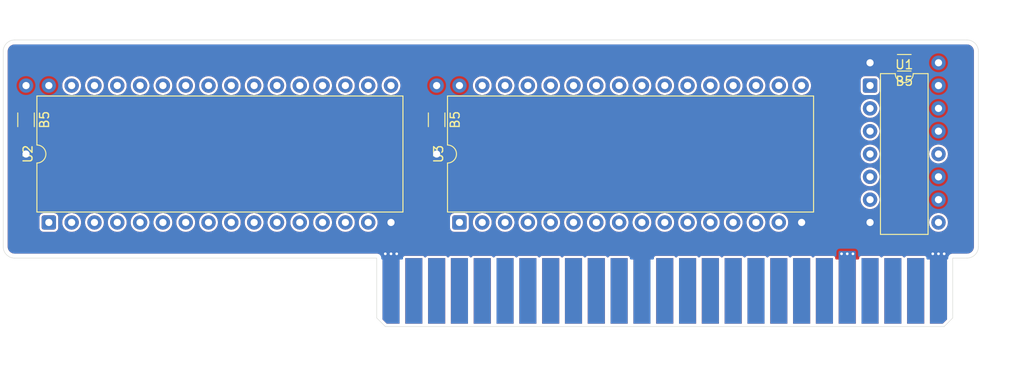
<source format=kicad_pcb>
(kicad_pcb (version 20241229) (generator "pcbnew") (generator_version "9.0")
  (layers (0 "F.Cu" signal) (2 "B.Cu" signal) (13 "F.Paste" user) (15 "B.Paste" user) (5 "F.SilkS" user "F.Silkscreen") (7 "B.SilkS" user "B.Silkscreen") (1 "F.Mask" user) (3 "B.Mask" user) (25 "Edge.Cuts" user))
  (net 0 "")
  (net 1 "/D_{0}")
  (net 2 "/A_{18}")
  (net 3 "/PDIR.~{R}")
  (net 4 "/A_{13}")
  (net 5 "/A_{12}")
  (net 6 "/D_{4}")
  (net 7 "/D_{6}")
  (net 8 "/A_{9}")
  (net 9 "GND")
  (net 10 "/D_{7}")
  (net 11 "/A_{1}")
  (net 12 "/~{LS}")
  (net 13 "/A_{11}")
  (net 14 "/A_{7}")
  (net 15 "+5V")
  (net 16 "/A_{19}")
  (net 17 "/A_{14}")
  (net 18 "/D_{5}")
  (net 19 "/A_{3}")
  (net 20 "/A_{15}")
  (net 21 "/D_{2}")
  (net 22 "/A_{10}")
  (net 23 "/A_{8}")
  (net 24 "/A_{6}")
  (net 25 "/D_{3}")
  (net 26 "/A_{16}")
  (net 27 "/A_{2}")
  (net 28 "/D_{1}")
  (net 29 "/PDIR.~{W}")
  (net 30 "/A_{5}")
  (net 31 "/A_{17}")
  (net 32 "/A_{4}")
  (net 33 "/D_{15}")
  (net 34 "/D_{14}")
  (net 35 "/D_{12}")
  (net 36 "/D_{10}")
  (net 37 "/D_{11}")
  (net 38 "/D_{8}")
  (net 39 "/~{US}")
  (net 40 "/D_{13}")
  (net 41 "/D_{9}")
  (net 43 "/DS.~{U}")
  (net 45 "/~{BKE}")
  (net 46 "/DS.~{L}")
  (footprint "Capacitor_THT:C_Disc_D3.0mm_W1.6mm_P7.62mm" (layer "F.Cu") (at 157.48 53.34 -90)
    (property "Reference" "B5" (at 3.81 -2.05 90) (layer "F.SilkS"))
    (property "Value" "C_Disc_D3.0mm_W1.6mm_P7.62mm")
    (fp_line (start 4.575 0.92) (end 3.045 0.92) (stroke (width 0.12)) (layer "F.SilkS"))
    (fp_line (start 3.045 -0.92) (end 4.575 -0.92) (stroke (width 0.12)) (layer "F.SilkS"))
    (pad "1" thru_hole circle (at 0 0 270) (size 1.6 1.6) (drill 0.8) (layers "*.Cu" "*.Mask") (net 15 "+5V"))
    (pad "2" thru_hole circle (at 7.62 0 270) (size 1.6 1.6) (drill 0.8) (layers "*.Cu" "*.Mask") (net 9 "GND"))
  )
  (footprint "Package_DIP:DIP-32_W15.24mm" (layer "F.Cu") (at 205.74 68.58 90)
    (property "Reference" "U3" (at 7.62 -2.33 90) (layer "F.SilkS"))
    (property "Value" "AS6C4008-55PCN")
    (fp_line (start 14.08 -1.33) (end 8.62 -1.33) (stroke (width 0.12)) (layer "F.SilkS"))
    (fp_line (start 6.62 -1.33) (end 1.16 -1.33) (stroke (width 0.12)) (layer "F.SilkS"))
    (fp_line (start 1.16 -1.33) (end 1.16 39.43) (stroke (width 0.12)) (layer "F.SilkS"))
    (fp_line (start 14.08 39.43) (end 14.08 -1.33) (stroke (width 0.12)) (layer "F.SilkS"))
    (fp_line (start 1.16 39.43) (end 14.08 39.43) (stroke (width 0.12)) (layer "F.SilkS"))
    (fp_arc (start 8.62 -1.33) (mid 7.62 -0.33) (end 6.62 -1.33) (stroke (width 0.12)) (layer "F.SilkS"))
    (pad "1" thru_hole roundrect (at 0 0 90) (size 1.6 1.6) (drill 0.8) (layers "*.Cu" "*.Mask") (roundrect_rratio 0.15625) (net 16 "/A_{19}"))
    (pad "2" thru_hole circle (at 0 2.54 90) (size 1.6 1.6) (drill 0.8) (layers "*.Cu" "*.Mask") (net 31 "/A_{17}"))
    (pad "3" thru_hole circle (at 0 5.08 90) (size 1.6 1.6) (drill 0.8) (layers "*.Cu" "*.Mask") (net 20 "/A_{15}"))
    (pad "4" thru_hole circle (at 0 7.62 90) (size 1.6 1.6) (drill 0.8) (layers "*.Cu" "*.Mask") (net 4 "/A_{13}"))
    (pad "5" thru_hole circle (at 0 10.16 90) (size 1.6 1.6) (drill 0.8) (layers "*.Cu" "*.Mask") (net 23 "/A_{8}"))
    (pad "6" thru_hole circle (at 0 12.7 90) (size 1.6 1.6) (drill 0.8) (layers "*.Cu" "*.Mask") (net 14 "/A_{7}"))
    (pad "7" thru_hole circle (at 0 15.24 90) (size 1.6 1.6) (drill 0.8) (layers "*.Cu" "*.Mask") (net 24 "/A_{6}"))
    (pad "8" thru_hole circle (at 0 17.78 90) (size 1.6 1.6) (drill 0.8) (layers "*.Cu" "*.Mask") (net 30 "/A_{5}"))
    (pad "9" thru_hole circle (at 0 20.32 90) (size 1.6 1.6) (drill 0.8) (layers "*.Cu" "*.Mask") (net 32 "/A_{4}"))
    (pad "10" thru_hole circle (at 0 22.86 90) (size 1.6 1.6) (drill 0.8) (layers "*.Cu" "*.Mask") (net 19 "/A_{3}"))
    (pad "11" thru_hole circle (at 0 25.4 90) (size 1.6 1.6) (drill 0.8) (layers "*.Cu" "*.Mask") (net 27 "/A_{2}"))
    (pad "12" thru_hole circle (at 0 27.94 90) (size 1.6 1.6) (drill 0.8) (layers "*.Cu" "*.Mask") (net 11 "/A_{1}"))
    (pad "13" thru_hole circle (at 0 30.48 90) (size 1.6 1.6) (drill 0.8) (layers "*.Cu" "*.Mask") (net 38 "/D_{8}"))
    (pad "14" thru_hole circle (at 0 33.02 90) (size 1.6 1.6) (drill 0.8) (layers "*.Cu" "*.Mask") (net 41 "/D_{9}"))
    (pad "15" thru_hole circle (at 0 35.56 90) (size 1.6 1.6) (drill 0.8) (layers "*.Cu" "*.Mask") (net 36 "/D_{10}"))
    (pad "16" thru_hole circle (at 0 38.1 90) (size 1.6 1.6) (drill 0.8) (layers "*.Cu" "*.Mask") (net 9 "GND"))
    (pad "17" thru_hole circle (at 15.24 38.1 90) (size 1.6 1.6) (drill 0.8) (layers "*.Cu" "*.Mask") (net 37 "/D_{11}"))
    (pad "18" thru_hole circle (at 15.24 35.56 90) (size 1.6 1.6) (drill 0.8) (layers "*.Cu" "*.Mask") (net 35 "/D_{12}"))
    (pad "19" thru_hole circle (at 15.24 33.02 90) (size 1.6 1.6) (drill 0.8) (layers "*.Cu" "*.Mask") (net 40 "/D_{13}"))
    (pad "20" thru_hole circle (at 15.24 30.48 90) (size 1.6 1.6) (drill 0.8) (layers "*.Cu" "*.Mask") (net 34 "/D_{14}"))
    (pad "21" thru_hole circle (at 15.24 27.94 90) (size 1.6 1.6) (drill 0.8) (layers "*.Cu" "*.Mask") (net 33 "/D_{15}"))
    (pad "22" thru_hole circle (at 15.24 25.4 90) (size 1.6 1.6) (drill 0.8) (layers "*.Cu" "*.Mask") (net 39 "/~{US}"))
    (pad "23" thru_hole circle (at 15.24 22.86 90) (size 1.6 1.6) (drill 0.8) (layers "*.Cu" "*.Mask") (net 13 "/A_{11}"))
    (pad "24" thru_hole circle (at 15.24 20.32 90) (size 1.6 1.6) (drill 0.8) (layers "*.Cu" "*.Mask") (net 3 "/PDIR.~{R}"))
    (pad "25" thru_hole circle (at 15.24 17.78 90) (size 1.6 1.6) (drill 0.8) (layers "*.Cu" "*.Mask") (net 5 "/A_{12}"))
    (pad "26" thru_hole circle (at 15.24 15.24 90) (size 1.6 1.6) (drill 0.8) (layers "*.Cu" "*.Mask") (net 22 "/A_{10}"))
    (pad "27" thru_hole circle (at 15.24 12.7 90) (size 1.6 1.6) (drill 0.8) (layers "*.Cu" "*.Mask") (net 8 "/A_{9}"))
    (pad "28" thru_hole circle (at 15.24 10.16 90) (size 1.6 1.6) (drill 0.8) (layers "*.Cu" "*.Mask") (net 17 "/A_{14}"))
    (pad "29" thru_hole circle (at 15.24 7.62 90) (size 1.6 1.6) (drill 0.8) (layers "*.Cu" "*.Mask") (net 29 "/PDIR.~{W}"))
    (pad "30" thru_hole circle (at 15.24 5.08 90) (size 1.6 1.6) (drill 0.8) (layers "*.Cu" "*.Mask") (net 2 "/A_{18}"))
    (pad "31" thru_hole circle (at 15.24 2.54 90) (size 1.6 1.6) (drill 0.8) (layers "*.Cu" "*.Mask") (net 26 "/A_{16}"))
    (pad "32" thru_hole circle (at 15.24 0 90) (size 1.6 1.6) (drill 0.8) (layers "*.Cu" "*.Mask") (net 15 "+5V"))
  )
  (footprint "Capacitor_THT:C_Disc_D3.0mm_W1.6mm_P7.62mm" (layer "F.Cu") (at 259.08 50.8 180)
    (property "Reference" "B5" (at 3.81 -2.05 0) (layer "F.SilkS"))
    (property "Value" "C_Disc_D3.0mm_W1.6mm_P7.62mm")
    (fp_line (start 4.575 0.92) (end 3.045 0.92) (stroke (width 0.12)) (layer "F.SilkS"))
    (fp_line (start 3.045 -0.92) (end 4.575 -0.92) (stroke (width 0.12)) (layer "F.SilkS"))
    (pad "1" thru_hole circle (at 0 0 180) (size 1.6 1.6) (drill 0.8) (layers "*.Cu" "*.Mask") (net 15 "+5V"))
    (pad "2" thru_hole circle (at 7.62 0 180) (size 1.6 1.6) (drill 0.8) (layers "*.Cu" "*.Mask") (net 9 "GND"))
  )
  (footprint "Package_DIP:DIP-14_W7.62mm" (layer "F.Cu") (at 251.46 53.34)
    (property "Reference" "U1" (at 3.81 -2.33 0) (layer "F.SilkS"))
    (property "Value" "74HC32")
    (fp_line (start 1.16 -1.33) (end 1.16 16.57) (stroke (width 0.12)) (layer "F.SilkS"))
    (fp_line (start 1.16 16.57) (end 6.46 16.57) (stroke (width 0.12)) (layer "F.SilkS"))
    (fp_line (start 2.81 -1.33) (end 1.16 -1.33) (stroke (width 0.12)) (layer "F.SilkS"))
    (fp_line (start 6.46 -1.33) (end 4.81 -1.33) (stroke (width 0.12)) (layer "F.SilkS"))
    (fp_line (start 6.46 16.57) (end 6.46 -1.33) (stroke (width 0.12)) (layer "F.SilkS"))
    (fp_arc (start 4.81 -1.33) (mid 3.81 -0.33) (end 2.81 -1.33) (stroke (width 0.12)) (layer "F.SilkS"))
    (pad "1" thru_hole roundrect (at 0 0) (size 1.6 1.6) (drill 0.8) (layers "*.Cu" "*.Mask") (roundrect_rratio 0.15625) (net 46 "/DS.~{L}"))
    (pad "2" thru_hole circle (at 0 2.54) (size 1.6 1.6) (drill 0.8) (layers "*.Cu" "*.Mask") (net 45 "/~{BKE}"))
    (pad "3" thru_hole circle (at 0 5.08) (size 1.6 1.6) (drill 0.8) (layers "*.Cu" "*.Mask") (net 12 "/~{LS}"))
    (pad "4" thru_hole circle (at 0 7.62) (size 1.6 1.6) (drill 0.8) (layers "*.Cu" "*.Mask") (net 45 "/~{BKE}"))
    (pad "5" thru_hole circle (at 0 10.16) (size 1.6 1.6) (drill 0.8) (layers "*.Cu" "*.Mask") (net 43 "/DS.~{U}"))
    (pad "6" thru_hole circle (at 0 12.7) (size 1.6 1.6) (drill 0.8) (layers "*.Cu" "*.Mask") (net 39 "/~{US}"))
    (pad "7" thru_hole circle (at 0 15.24) (size 1.6 1.6) (drill 0.8) (layers "*.Cu" "*.Mask") (net 9 "GND"))
    (pad "8" thru_hole circle (at 7.62 15.24) (size 1.6 1.6) (drill 0.8) (layers "*.Cu" "*.Mask"))
    (pad "9" thru_hole circle (at 7.62 12.7) (size 1.6 1.6) (drill 0.8) (layers "*.Cu" "*.Mask") (net 15 "+5V"))
    (pad "10" thru_hole circle (at 7.62 10.16) (size 1.6 1.6) (drill 0.8) (layers "*.Cu" "*.Mask") (net 15 "+5V"))
    (pad "11" thru_hole circle (at 7.62 7.62) (size 1.6 1.6) (drill 0.8) (layers "*.Cu" "*.Mask"))
    (pad "12" thru_hole circle (at 7.62 5.08) (size 1.6 1.6) (drill 0.8) (layers "*.Cu" "*.Mask") (net 15 "+5V"))
    (pad "13" thru_hole circle (at 7.62 2.54) (size 1.6 1.6) (drill 0.8) (layers "*.Cu" "*.Mask") (net 15 "+5V"))
    (pad "14" thru_hole circle (at 7.62 0) (size 1.6 1.6) (drill 0.8) (layers "*.Cu" "*.Mask") (net 15 "+5V"))
  )
  (footprint "Connector_PCBEdge:pcb_edge_50_P2.54" (layer "F.Cu") (at 228.6 76.2)
    (property "Reference" "J1" (hide yes))
    (property "Value" "ramslot")
    (fp_line (start -32.0675 3.01625) (end -32.0675 -3.65125) (stroke (width 0.05)) (layer "Edge.Cuts"))
    (fp_line (start -31.115 3.96875) (end -32.0675 3.01625) (stroke (width 0.05)) (layer "Edge.Cuts"))
    (fp_line (start -31.115 3.96875) (end 31.115 3.96875) (stroke (width 0.05)) (layer "Edge.Cuts"))
    (fp_line (start 31.115 3.96875) (end 32.0675 3.01625) (stroke (width 0.05)) (layer "Edge.Cuts"))
    (fp_line (start 32.0675 3.01625) (end 32.0675 -3.65125) (stroke (width 0.05)) (layer "Edge.Cuts"))
    (pad "1" connect roundrect (at -30.48 0) (size 1.905 7.3025) (layers "F.Cu" "F.Mask") (roundrect_rratio 0) (chamfer_ratio 0.25) (chamfer bottom_left) (net 9 "GND"))
    (pad "2" connect roundrect (at -30.48 0) (size 1.905 7.3025) (layers "B.Cu" "B.Mask") (roundrect_rratio 0) (chamfer_ratio 0.25) (chamfer bottom_left) (net 9 "GND"))
    (pad "3" connect rect (at -27.94 0) (size 1.905 7.3025) (layers "F.Cu" "F.Mask") (net 27 "/A_{2}"))
    (pad "4" connect rect (at -27.94 0) (size 1.905 7.3025) (layers "B.Cu" "B.Mask") (net 11 "/A_{1}"))
    (pad "5" connect rect (at -25.4 0) (size 1.905 7.3025) (layers "F.Cu" "F.Mask") (net 32 "/A_{4}"))
    (pad "6" connect rect (at -25.4 0) (size 1.905 7.3025) (layers "B.Cu" "B.Mask") (net 19 "/A_{3}"))
    (pad "7" connect rect (at -22.86 0) (size 1.905 7.3025) (layers "F.Cu" "F.Mask") (net 24 "/A_{6}"))
    (pad "8" connect rect (at -22.86 0) (size 1.905 7.3025) (layers "B.Cu" "B.Mask") (net 30 "/A_{5}"))
    (pad "9" connect rect (at -20.32 0) (size 1.905 7.3025) (layers "F.Cu" "F.Mask") (net 23 "/A_{8}"))
    (pad "10" connect rect (at -20.32 0) (size 1.905 7.3025) (layers "B.Cu" "B.Mask") (net 14 "/A_{7}"))
    (pad "11" connect rect (at -17.78 0) (size 1.905 7.3025) (layers "F.Cu" "F.Mask") (net 22 "/A_{10}"))
    (pad "12" connect rect (at -17.78 0) (size 1.905 7.3025) (layers "B.Cu" "B.Mask") (net 8 "/A_{9}"))
    (pad "13" connect rect (at -15.24 0) (size 1.905 7.3025) (layers "F.Cu" "F.Mask") (net 5 "/A_{12}"))
    (pad "14" connect rect (at -15.24 0) (size 1.905 7.3025) (layers "B.Cu" "B.Mask") (net 13 "/A_{11}"))
    (pad "15" connect rect (at -12.7 0) (size 1.905 7.3025) (layers "F.Cu" "F.Mask") (net 17 "/A_{14}"))
    (pad "16" connect rect (at -12.7 0) (size 1.905 7.3025) (layers "B.Cu" "B.Mask") (net 4 "/A_{13}"))
    (pad "17" connect rect (at -10.16 0) (size 1.905 7.3025) (layers "F.Cu" "F.Mask") (net 26 "/A_{16}"))
    (pad "18" connect rect (at -10.16 0) (size 1.905 7.3025) (layers "B.Cu" "B.Mask") (net 20 "/A_{15}"))
    (pad "19" connect rect (at -7.62 0) (size 1.905 7.3025) (layers "F.Cu" "F.Mask") (net 2 "/A_{18}"))
    (pad "20" connect rect (at -7.62 0) (size 1.905 7.3025) (layers "B.Cu" "B.Mask") (net 31 "/A_{17}"))
    (pad "21" connect rect (at -5.08 0) (size 1.905 7.3025) (layers "F.Cu" "F.Mask"))
    (pad "22" connect rect (at -5.08 0) (size 1.905 7.3025) (layers "B.Cu" "B.Mask") (net 16 "/A_{19}"))
    (pad "23" connect rect (at -2.54 0) (size 1.905 7.3025) (layers "F.Cu" "F.Mask") (net 9 "GND"))
    (pad "24" connect rect (at -2.54 0) (size 1.905 7.3025) (layers "B.Cu" "B.Mask"))
    (pad "25" connect rect (at 0 0) (size 1.905 7.3025) (layers "F.Cu" "F.Mask") (net 28 "/D_{1}"))
    (pad "26" connect rect (at 0 0) (size 1.905 7.3025) (layers "B.Cu" "B.Mask") (net 1 "/D_{0}"))
    (pad "27" connect rect (at 2.54 0) (size 1.905 7.3025) (layers "F.Cu" "F.Mask") (net 25 "/D_{3}"))
    (pad "28" connect rect (at 2.54 0) (size 1.905 7.3025) (layers "B.Cu" "B.Mask") (net 21 "/D_{2}"))
    (pad "29" connect rect (at 5.08 0) (size 1.905 7.3025) (layers "F.Cu" "F.Mask") (net 18 "/D_{5}"))
    (pad "30" connect rect (at 5.08 0) (size 1.905 7.3025) (layers "B.Cu" "B.Mask") (net 6 "/D_{4}"))
    (pad "31" connect rect (at 7.62 0) (size 1.905 7.3025) (layers "F.Cu" "F.Mask") (net 10 "/D_{7}"))
    (pad "32" connect rect (at 7.62 0) (size 1.905 7.3025) (layers "B.Cu" "B.Mask") (net 7 "/D_{6}"))
    (pad "33" connect rect (at 10.16 0) (size 1.905 7.3025) (layers "F.Cu" "F.Mask") (net 41 "/D_{9}"))
    (pad "34" connect rect (at 10.16 0) (size 1.905 7.3025) (layers "B.Cu" "B.Mask") (net 38 "/D_{8}"))
    (pad "35" connect rect (at 12.7 0) (size 1.905 7.3025) (layers "F.Cu" "F.Mask") (net 37 "/D_{11}"))
    (pad "36" connect rect (at 12.7 0) (size 1.905 7.3025) (layers "B.Cu" "B.Mask") (net 36 "/D_{10}"))
    (pad "37" connect rect (at 15.24 0) (size 1.905 7.3025) (layers "F.Cu" "F.Mask") (net 40 "/D_{13}"))
    (pad "38" connect rect (at 15.24 0) (size 1.905 7.3025) (layers "B.Cu" "B.Mask") (net 35 "/D_{12}"))
    (pad "39" connect rect (at 17.78 0) (size 1.905 7.3025) (layers "F.Cu" "F.Mask") (net 33 "/D_{15}"))
    (pad "40" connect rect (at 17.78 0) (size 1.905 7.3025) (layers "B.Cu" "B.Mask") (net 34 "/D_{14}"))
    (pad "41" connect rect (at 20.32 0) (size 1.905 7.3025) (layers "F.Cu" "F.Mask") (net 15 "+5V"))
    (pad "42" connect rect (at 20.32 0) (size 1.905 7.3025) (layers "B.Cu" "B.Mask") (net 15 "+5V"))
    (pad "43" connect rect (at 22.86 0) (size 1.905 7.3025) (layers "F.Cu" "F.Mask"))
    (pad "44" connect rect (at 22.86 0) (size 1.905 7.3025) (layers "B.Cu" "B.Mask") (net 45 "/~{BKE}"))
    (pad "45" connect rect (at 25.4 0) (size 1.905 7.3025) (layers "F.Cu" "F.Mask") (net 3 "/PDIR.~{R}"))
    (pad "46" connect rect (at 25.4 0) (size 1.905 7.3025) (layers "B.Cu" "B.Mask") (net 29 "/PDIR.~{W}"))
    (pad "47" connect rect (at 27.94 0) (size 1.905 7.3025) (layers "F.Cu" "F.Mask") (net 46 "/DS.~{L}"))
    (pad "48" connect rect (at 27.94 0) (size 1.905 7.3025) (layers "B.Cu" "B.Mask") (net 43 "/DS.~{U}"))
    (pad "49" connect roundrect (at 30.48 0) (size 1.905 7.3025) (layers "F.Cu" "F.Mask") (roundrect_rratio 0) (chamfer_ratio 0.25) (chamfer bottom_right) (net 9 "GND"))
    (pad "50" connect roundrect (at 30.48 0) (size 1.905 7.3025) (layers "B.Cu" "B.Mask") (roundrect_rratio 0) (chamfer_ratio 0.25) (chamfer bottom_right) (net 9 "GND"))
    (zone (net 0) (net_name "") (layers "F.Cu" "B.Cu") (connect_pads (clearance 0)) (min_thickness 0.25)
      (keepout (tracks allowed) (vias allowed) (pads allowed) (copperpour not_allowed) (footprints allowed))
      (fill (thermal_gap 0.5) (thermal_bridge_width 0.5))
      (polygon (pts (xy 196.5325 72.7075) (xy 260.6675 72.7075) (xy 260.6675 79.21625) (xy 259.715 80.16875) (xy 197.485 80.16875) (xy 196.5325 79.21625)))
    )
  )
  (footprint "Package_DIP:DIP-32_W15.24mm" (layer "F.Cu") (at 160.02 68.58 90)
    (property "Reference" "U2" (at 7.62 -2.33 90) (layer "F.SilkS"))
    (property "Value" "AS6C4008-55PCN")
    (fp_line (start 14.08 -1.33) (end 8.62 -1.33) (stroke (width 0.12)) (layer "F.SilkS"))
    (fp_line (start 6.62 -1.33) (end 1.16 -1.33) (stroke (width 0.12)) (layer "F.SilkS"))
    (fp_line (start 1.16 -1.33) (end 1.16 39.43) (stroke (width 0.12)) (layer "F.SilkS"))
    (fp_line (start 14.08 39.43) (end 14.08 -1.33) (stroke (width 0.12)) (layer "F.SilkS"))
    (fp_line (start 1.16 39.43) (end 14.08 39.43) (stroke (width 0.12)) (layer "F.SilkS"))
    (fp_arc (start 8.62 -1.33) (mid 7.62 -0.33) (end 6.62 -1.33) (stroke (width 0.12)) (layer "F.SilkS"))
    (pad "1" thru_hole roundrect (at 0 0 90) (size 1.6 1.6) (drill 0.8) (layers "*.Cu" "*.Mask") (roundrect_rratio 0.15625) (net 16 "/A_{19}"))
    (pad "2" thru_hole circle (at 0 2.54 90) (size 1.6 1.6) (drill 0.8) (layers "*.Cu" "*.Mask") (net 31 "/A_{17}"))
    (pad "3" thru_hole circle (at 0 5.08 90) (size 1.6 1.6) (drill 0.8) (layers "*.Cu" "*.Mask") (net 20 "/A_{15}"))
    (pad "4" thru_hole circle (at 0 7.62 90) (size 1.6 1.6) (drill 0.8) (layers "*.Cu" "*.Mask") (net 4 "/A_{13}"))
    (pad "5" thru_hole circle (at 0 10.16 90) (size 1.6 1.6) (drill 0.8) (layers "*.Cu" "*.Mask") (net 23 "/A_{8}"))
    (pad "6" thru_hole circle (at 0 12.7 90) (size 1.6 1.6) (drill 0.8) (layers "*.Cu" "*.Mask") (net 14 "/A_{7}"))
    (pad "7" thru_hole circle (at 0 15.24 90) (size 1.6 1.6) (drill 0.8) (layers "*.Cu" "*.Mask") (net 24 "/A_{6}"))
    (pad "8" thru_hole circle (at 0 17.78 90) (size 1.6 1.6) (drill 0.8) (layers "*.Cu" "*.Mask") (net 30 "/A_{5}"))
    (pad "9" thru_hole circle (at 0 20.32 90) (size 1.6 1.6) (drill 0.8) (layers "*.Cu" "*.Mask") (net 32 "/A_{4}"))
    (pad "10" thru_hole circle (at 0 22.86 90) (size 1.6 1.6) (drill 0.8) (layers "*.Cu" "*.Mask") (net 19 "/A_{3}"))
    (pad "11" thru_hole circle (at 0 25.4 90) (size 1.6 1.6) (drill 0.8) (layers "*.Cu" "*.Mask") (net 27 "/A_{2}"))
    (pad "12" thru_hole circle (at 0 27.94 90) (size 1.6 1.6) (drill 0.8) (layers "*.Cu" "*.Mask") (net 11 "/A_{1}"))
    (pad "13" thru_hole circle (at 0 30.48 90) (size 1.6 1.6) (drill 0.8) (layers "*.Cu" "*.Mask") (net 1 "/D_{0}"))
    (pad "14" thru_hole circle (at 0 33.02 90) (size 1.6 1.6) (drill 0.8) (layers "*.Cu" "*.Mask") (net 28 "/D_{1}"))
    (pad "15" thru_hole circle (at 0 35.56 90) (size 1.6 1.6) (drill 0.8) (layers "*.Cu" "*.Mask") (net 21 "/D_{2}"))
    (pad "16" thru_hole circle (at 0 38.1 90) (size 1.6 1.6) (drill 0.8) (layers "*.Cu" "*.Mask") (net 9 "GND"))
    (pad "17" thru_hole circle (at 15.24 38.1 90) (size 1.6 1.6) (drill 0.8) (layers "*.Cu" "*.Mask") (net 25 "/D_{3}"))
    (pad "18" thru_hole circle (at 15.24 35.56 90) (size 1.6 1.6) (drill 0.8) (layers "*.Cu" "*.Mask") (net 6 "/D_{4}"))
    (pad "19" thru_hole circle (at 15.24 33.02 90) (size 1.6 1.6) (drill 0.8) (layers "*.Cu" "*.Mask") (net 18 "/D_{5}"))
    (pad "20" thru_hole circle (at 15.24 30.48 90) (size 1.6 1.6) (drill 0.8) (layers "*.Cu" "*.Mask") (net 7 "/D_{6}"))
    (pad "21" thru_hole circle (at 15.24 27.94 90) (size 1.6 1.6) (drill 0.8) (layers "*.Cu" "*.Mask") (net 10 "/D_{7}"))
    (pad "22" thru_hole circle (at 15.24 25.4 90) (size 1.6 1.6) (drill 0.8) (layers "*.Cu" "*.Mask") (net 12 "/~{LS}"))
    (pad "23" thru_hole circle (at 15.24 22.86 90) (size 1.6 1.6) (drill 0.8) (layers "*.Cu" "*.Mask") (net 13 "/A_{11}"))
    (pad "24" thru_hole circle (at 15.24 20.32 90) (size 1.6 1.6) (drill 0.8) (layers "*.Cu" "*.Mask") (net 3 "/PDIR.~{R}"))
    (pad "25" thru_hole circle (at 15.24 17.78 90) (size 1.6 1.6) (drill 0.8) (layers "*.Cu" "*.Mask") (net 5 "/A_{12}"))
    (pad "26" thru_hole circle (at 15.24 15.24 90) (size 1.6 1.6) (drill 0.8) (layers "*.Cu" "*.Mask") (net 22 "/A_{10}"))
    (pad "27" thru_hole circle (at 15.24 12.7 90) (size 1.6 1.6) (drill 0.8) (layers "*.Cu" "*.Mask") (net 8 "/A_{9}"))
    (pad "28" thru_hole circle (at 15.24 10.16 90) (size 1.6 1.6) (drill 0.8) (layers "*.Cu" "*.Mask") (net 17 "/A_{14}"))
    (pad "29" thru_hole circle (at 15.24 7.62 90) (size 1.6 1.6) (drill 0.8) (layers "*.Cu" "*.Mask") (net 29 "/PDIR.~{W}"))
    (pad "30" thru_hole circle (at 15.24 5.08 90) (size 1.6 1.6) (drill 0.8) (layers "*.Cu" "*.Mask") (net 2 "/A_{18}"))
    (pad "31" thru_hole circle (at 15.24 2.54 90) (size 1.6 1.6) (drill 0.8) (layers "*.Cu" "*.Mask") (net 26 "/A_{16}"))
    (pad "32" thru_hole circle (at 15.24 0 90) (size 1.6 1.6) (drill 0.8) (layers "*.Cu" "*.Mask") (net 15 "+5V"))
  )
  (footprint "Capacitor_THT:C_Disc_D3.0mm_W1.6mm_P7.62mm" (layer "F.Cu") (at 203.2 53.34 -90)
    (property "Reference" "B5" (at 3.81 -2.05 90) (layer "F.SilkS"))
    (property "Value" "C_Disc_D3.0mm_W1.6mm_P7.62mm")
    (fp_line (start 4.575 0.92) (end 3.045 0.92) (stroke (width 0.12)) (layer "F.SilkS"))
    (fp_line (start 3.045 -0.92) (end 4.575 -0.92) (stroke (width 0.12)) (layer "F.SilkS"))
    (pad "1" thru_hole circle (at 0 0 270) (size 1.6 1.6) (drill 0.8) (layers "*.Cu" "*.Mask") (net 15 "+5V"))
    (pad "2" thru_hole circle (at 7.62 0 270) (size 1.6 1.6) (drill 0.8) (layers "*.Cu" "*.Mask") (net 9 "GND"))
  )
  (gr_arc (start 154.94 49.53) (mid 155.311974 48.631974) (end 156.21 48.26) (stroke (width 0.05)) (layer "Edge.Cuts"))
  (gr_arc (start 262.255 48.26) (mid 263.153026 48.631974) (end 263.525 49.53) (stroke (width 0.05)) (layer "Edge.Cuts"))
  (gr_line (start 154.94 49.53) (end 154.94 71.27875) (stroke (width 0.05)) (layer "Edge.Cuts"))
  (gr_line (start 156.21 72.54875) (end 196.5325 72.54875) (stroke (width 0.05)) (layer "Edge.Cuts"))
  (gr_line (start 262.255 48.26) (end 156.21 48.26) (stroke (width 0.05)) (layer "Edge.Cuts"))
  (gr_line (start 263.525 71.2788) (end 263.525 49.53) (stroke (width 0.05)) (layer "Edge.Cuts"))
  (gr_line (start 260.6675 72.54875) (end 262.255 72.54875) (stroke (width 0.05)) (layer "Edge.Cuts"))
  (gr_arc (start 156.21 72.54875) (mid 155.311974 72.176776) (end 154.94 71.27875) (stroke (width 0.05)) (layer "Edge.Cuts"))
  (gr_arc (start 263.525 71.27875) (mid 263.153026 72.176776) (end 262.255 72.54875) (stroke (width 0.05)) (layer "Edge.Cuts"))
  (via (at 259.08 72.0725) (size 0.6) (drill 0.3) (layers "F.Cu" "B.Cu") (net 9))
  (via (at 198.12 72.0725) (size 0.6) (drill 0.3) (layers "F.Cu" "B.Cu") (net 9))
  (via (at 259.715 72.0725) (size 0.6) (drill 0.3) (layers "F.Cu" "B.Cu") (net 9))
  (via (at 258.445 72.0725) (size 0.6) (drill 0.3) (layers "F.Cu" "B.Cu") (net 9))
  (via (at 197.485 72.0725) (size 0.6) (drill 0.3) (layers "F.Cu" "B.Cu") (net 9))
  (via (at 198.755 72.0725) (size 0.6) (drill 0.3) (layers "F.Cu" "B.Cu") (net 9))
  (via (at 248.92 72.0725) (size 0.6) (drill 0.3) (layers "F.Cu" "B.Cu") (net 15))
  (via (at 249.555 72.0725) (size 0.6) (drill 0.3) (layers "F.Cu" "B.Cu") (net 15))
  (via (at 248.285 72.0725) (size 0.6) (drill 0.3) (layers "F.Cu" "B.Cu") (net 15))
  (zone (net 9) (net_name "GND") (layer "F.Cu") (priority 1) (connect_pads yes (clearance 0.25)) (min_thickness 0.25) (fill yes (thermal_gap 0.5) (thermal_bridge_width 0.5))
    (polygon (pts (xy 197.1675 71.755) (xy 199.0725 71.755) (xy 199.0725 72.7075) (xy 197.1675 72.7075)))
  )
  (zone (net 15) (net_name "+5V") (layer "F.Cu") (connect_pads yes (clearance 0.25)) (min_thickness 0.25) (fill yes (thermal_gap 0.5) (thermal_bridge_width 0.5))
    (polygon (pts (xy 154.94 48.26) (xy 264.16 48.26) (xy 264.16 73.025) (xy 154.94 73.025)))
  )
  (zone (net 9) (net_name "GND") (layer "F.Cu") (priority 1) (connect_pads yes (clearance 0.25)) (min_thickness 0.25) (fill yes (thermal_gap 0.5) (thermal_bridge_width 0.5))
    (polygon (pts (xy 258.1275 71.755) (xy 260.0325 71.755) (xy 260.0325 72.7075) (xy 258.1275 72.7075)))
  )
  (zone (net 15) (net_name "+5V") (layer "B.Cu") (priority 1) (connect_pads yes (clearance 0.25)) (min_thickness 0.25) (fill yes (thermal_gap 0.5) (thermal_bridge_width 0.5))
    (polygon (pts (xy 247.9675 71.755) (xy 249.8725 71.755) (xy 249.8725 72.7075) (xy 247.9675 72.7075)))
  )
  (zone (net 9) (net_name "GND") (layer "B.Cu") (connect_pads yes (clearance 0.25)) (min_thickness 0.25) (fill yes (thermal_gap 0.5) (thermal_bridge_width 0.5))
    (polygon (pts (xy 154.94 48.26) (xy 264.16 48.26) (xy 264.16 73.025) (xy 154.94 73.025)))
  )
)
</source>
